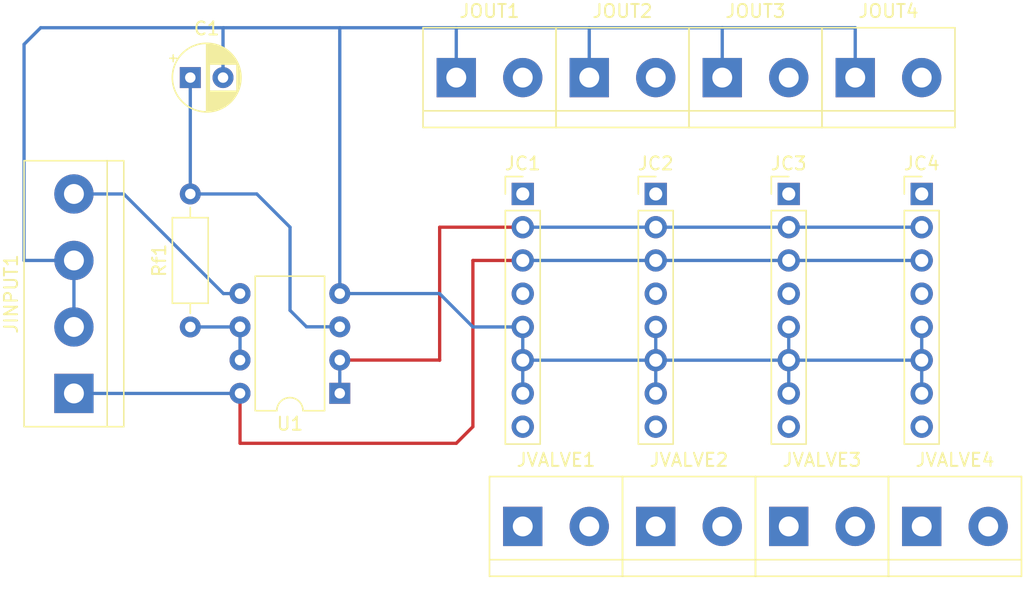
<source format=kicad_pcb>
(kicad_pcb (version 20211014) (generator pcbnew)
  (layers (0 "F.Cu" signal) (31 "B.Cu" signal) (34 "B.Paste" user) (35 "F.Paste" user) (36 "B.SilkS" user "B.Silkscreen") (37 "F.SilkS" user "F.Silkscreen") (38 "B.Mask" user) (39 "F.Mask" user) (44 "Edge.Cuts" user))
  (net 0 "")
  (net 1 "Net-(C1-Pad1)")
  (net 2 "GND")
  (net 3 "Net-(JC1-Pad1)")
  (net 4 "/Vcon")
  (net 5 "VCC")
  (net 7 "Net-(JC1-Pad8)")
  (net 8 "Net-(JC2-Pad1)")
  (net 10 "Net-(JC2-Pad8)")
  (net 11 "Net-(JC3-Pad1)")
  (net 13 "Net-(JC3-Pad8)")
  (net 14 "Net-(JC4-Pad1)")
  (net 16 "Net-(JC4-Pad8)")
  (net 17 "/PWM")
  (net 18 "Net-(Rf1-Pad1)")
  (footprint "TerminalBlock:TerminalBlock_bornier-4_P5.08mm" (layer "F.Cu") (at 68.58 124.46 90)
    (fp_text reference "JINPUT1" (at 7.6 -4.8 90) (layer "F.SilkS"))
    (fp_text value "Conn_01x04")
    (fp_line (start 17.78 3.81) (end 17.78 -3.81) (layer "F.SilkS") (width 0.12))
    (fp_line (start -2.54 -3.81) (end 17.78 -3.81) (layer "F.SilkS") (width 0.12))
    (fp_line (start -2.54 3.81) (end 17.78 3.81) (layer "F.SilkS") (width 0.12))
    (fp_line (start -2.54 -3.81) (end -2.54 3.81) (layer "F.SilkS") (width 0.12))
    (fp_line (start 17.78 2.54) (end -2.54 2.54) (layer "F.SilkS") (width 0.12))
    (pad "1" thru_hole rect (at 0 0 90) (size 3 3) (drill 1.52) (layers *.Cu *.Mask) (net 5 "VCC"))
    (pad "2" thru_hole circle (at 5.08 0 90) (size 3 3) (drill 1.52) (layers *.Cu *.Mask) (net 2 "GND"))
    (pad "3" thru_hole circle (at 10.16 0 90) (size 3 3) (drill 1.52) (layers *.Cu *.Mask) (net 2 "GND"))
    (pad "4" thru_hole circle (at 15.24 0 90) (size 3 3) (drill 1.52) (layers *.Cu *.Mask) (net 17 "/PWM"))
  )
  (footprint "TerminalBlock:TerminalBlock_bornier-2_P5.08mm" (layer "F.Cu") (at 113.03 134.62)
    (fp_text reference "JVALVE2" (at 2.54 -5.08) (layer "F.SilkS"))
    (fp_text value "Conn_01x02")
    (fp_line (start -2.54 3.81) (end 7.62 3.81) (layer "F.SilkS") (width 0.12))
    (fp_line (start 7.62 2.54) (end -2.54 2.54) (layer "F.SilkS") (width 0.12))
    (fp_line (start 7.62 3.81) (end 7.62 -3.81) (layer "F.SilkS") (width 0.12))
    (fp_line (start -2.54 -3.81) (end -2.54 3.81) (layer "F.SilkS") (width 0.12))
    (fp_line (start 7.62 -3.81) (end -2.54 -3.81) (layer "F.SilkS") (width 0.12))
    (pad "1" thru_hole rect (at 0 0) (size 3 3) (drill 1.52) (layers *.Cu *.Mask) (net 10 "Net-(JC2-Pad8)"))
    (pad "2" thru_hole circle (at 5.08 0) (size 3 3) (drill 1.52) (layers *.Cu *.Mask) (net 2 "GND"))
  )
  (footprint "Connector_PinHeader_2.54mm:PinHeader_1x08_P2.54mm_Vertical" (layer "F.Cu") (at 123.19 109.22)
    (fp_text reference "JC3" (at 0 -2.33) (layer "F.SilkS"))
    (fp_text value "Conn_01x08")
    (fp_line (start -1.33 0) (end -1.33 -1.33) (layer "F.SilkS") (width 0.12))
    (fp_line (start 1.33 1.27) (end 1.33 19.11) (layer "F.SilkS") (width 0.12))
    (fp_line (start -1.33 1.27) (end -1.33 19.11) (layer "F.SilkS") (width 0.12))
    (fp_line (start -1.33 1.27) (end 1.33 1.27) (layer "F.SilkS") (width 0.12))
    (fp_line (start -1.33 19.11) (end 1.33 19.11) (layer "F.SilkS") (width 0.12))
    (fp_line (start -1.33 -1.33) (end 0 -1.33) (layer "F.SilkS") (width 0.12))
    (pad "1" thru_hole rect (at 0 0) (size 1.7 1.7) (drill 1) (layers *.Cu *.Mask) (net 11 "Net-(JC3-Pad1)"))
    (pad "2" thru_hole oval (at 0 2.54) (size 1.7 1.7) (drill 1) (layers *.Cu *.Mask) (net 4 "/Vcon"))
    (pad "3" thru_hole oval (at 0 5.08) (size 1.7 1.7) (drill 1) (layers *.Cu *.Mask) (net 5 "VCC"))
    (pad "4" thru_hole oval (at 0 7.62) (size 1.7 1.7) (drill 1) (layers *.Cu *.Mask))
    (pad "5" thru_hole oval (at 0 10.16) (size 1.7 1.7) (drill 1) (layers *.Cu *.Mask) (net 2 "GND"))
    (pad "6" thru_hole oval (at 0 12.7) (size 1.7 1.7) (drill 1) (layers *.Cu *.Mask) (net 2 "GND"))
    (pad "7" thru_hole oval (at 0 15.24) (size 1.7 1.7) (drill 1) (layers *.Cu *.Mask) (net 2 "GND"))
    (pad "8" thru_hole oval (at 0 17.78) (size 1.7 1.7) (drill 1) (layers *.Cu *.Mask) (net 13 "Net-(JC3-Pad8)"))
  )
  (footprint "Capacitor_THT:CP_Radial_D5.0mm_P2.50mm" (layer "F.Cu") (at 77.47 100.33)
    (fp_text reference "C1" (at 1.25 -3.75) (layer "F.SilkS"))
    (fp_text value "C_Polarized")
    (fp_line (start 1.77 -2.528) (end 1.77 -1.04) (layer "F.SilkS") (width 0.12))
    (fp_line (start 1.81 -2.52) (end 1.81 -1.04) (layer "F.SilkS") (width 0.12))
    (fp_line (start -1.554775 -1.475) (end -1.054775 -1.475) (layer "F.SilkS") (width 0.12))
    (fp_line (start 2.211 1.04) (end 2.211 2.398) (layer "F.SilkS") (width 0.12))
    (fp_line (start 1.25 -2.58) (end 1.25 2.58) (layer "F.SilkS") (width 0.12))
    (fp_line (start 2.091 -2.442) (end 2.091 -1.04) (layer "F.SilkS") (width 0.12))
    (fp_line (start 2.611 -2.2) (end 2.611 -1.04) (layer "F.SilkS") (width 0.12))
    (fp_line (start 2.291 -2.365) (end 2.291 -1.04) (layer "F.SilkS") (width 0.12))
    (fp_line (start 2.571 1.04) (end 2.571 2.224) (layer "F.SilkS") (width 0.12))
    (fp_line (start 1.53 -2.565) (end 1.53 -1.04) (layer "F.SilkS") (width 0.12))
    (fp_line (start 3.411 1.04) (end 3.411 1.443) (layer "F.SilkS") (width 0.12))
    (fp_line (start 2.251 -2.382) (end 2.251 -1.04) (layer "F.SilkS") (width 0.12))
    (fp_line (start 2.731 -2.122) (end 2.731 -1.04) (layer "F.SilkS") (width 0.12))
    (fp_line (start 2.651 1.04) (end 2.651 2.175) (layer "F.SilkS") (width 0.12))
    (fp_line (start 3.531 -1.251) (end 3.531 -1.04) (layer "F.SilkS") (width 0.12))
    (fp_line (start 2.491 1.04) (end 2.491 2.268) (layer "F.SilkS") (width 0.12))
    (fp_line (start 2.491 -2.268) (end 2.491 -1.04) (layer "F.SilkS") (width 0.12))
    (fp_line (start 1.49 1.04) (end 1.49 2.569) (layer "F.SilkS") (width 0.12))
    (fp_line (start 3.371 1.04) (end 3.371 1.5) (layer "F.SilkS") (width 0.12))
    (fp_line (start 1.41 -2.576) (end 1.41 2.576) (layer "F.SilkS") (width 0.12))
    (fp_line (start 1.37 -2.578) (end 1.37 2.578) (layer "F.SilkS") (width 0.12))
    (fp_line (start 2.851 -2.035) (end 2.851 -1.04) (layer "F.SilkS") (width 0.12))
    (fp_line (start 2.011 -2.468) (end 2.011 -1.04) (layer "F.SilkS") (width 0.12))
    (fp_line (start 1.65 1.04) (end 1.65 2.55) (layer "F.SilkS") (width 0.12))
    (fp_line (start 2.771 1.04) (end 2.771 2.095) (layer "F.SilkS") (width 0.12))
    (fp_line (start -1.304775 -1.725) (end -1.304775 -1.225) (layer "F.SilkS") (width 0.12))
    (fp_line (start 3.291 1.04) (end 3.291 1.605) (layer "F.SilkS") (width 0.12))
    (fp_line (start 2.971 -1.937) (end 2.971 -1.04) (layer "F.SilkS") (width 0.12))
    (fp_line (start 2.331 -2.348) (end 2.331 -1.04) (layer "F.SilkS") (width 0.12))
    (fp_line (start 3.851 -0.284) (end 3.851 0.284) (layer "F.SilkS") (width 0.12))
    (fp_line (start 2.371 -2.329) (end 2.371 -1.04) (layer "F.SilkS") (width 0.12))
    (fp_line (start 2.131 -2.428) (end 2.131 -1.04) (layer "F.SilkS") (width 0.12))
    (fp_line (start 3.131 1.04) (end 3.131 1.785) (layer "F.SilkS") (width 0.12))
    (fp_line (start 2.771 -2.095) (end 2.771 -1.04) (layer "F.SilkS") (width 0.12))
    (fp_line (start 3.331 1.04) (end 3.331 1.554) (layer "F.SilkS") (width 0.12))
    (fp_line (start 2.891 -2.004) (end 2.891 -1.04) (layer "F.SilkS") (width 0.12))
    (fp_line (start 3.331 -1.554) (end 3.331 -1.04) (layer "F.SilkS") (width 0.12))
    (fp_line (start 3.531 1.04) (end 3.531 1.251) (layer "F.SilkS") (width 0.12))
    (fp_line (start 3.251 -1.653) (end 3.251 -1.04) (layer "F.SilkS") (width 0.12))
    (fp_line (start 3.491 -1.319) (end 3.491 -1.04) (layer "F.SilkS") (width 0.12))
    (fp_line (start 2.851 1.04) (end 2.851 2.035) (layer "F.SilkS") (width 0.12))
    (fp_line (start 1.93 -2.491) (end 1.93 -1.04) (layer "F.SilkS") (width 0.12))
    (fp_line (start 1.85 -2.511) (end 1.85 -1.04) (layer "F.SilkS") (width 0.12))
    (fp_line (start 3.491 1.04) (end 3.491 1.319) (layer "F.SilkS") (width 0.12))
    (fp_line (start 1.53 1.04) (end 1.53 2.565) (layer "F.SilkS") (width 0.12))
    (fp_line (start 1.89 1.04) (end 1.89 2.501) (layer "F.SilkS") (width 0.12))
    (fp_line (start 2.811 -2.065) (end 2.811 -1.04) (layer "F.SilkS") (width 0.12))
    (fp_line (start 3.011 -1.901) (end 3.011 -1.04) (layer "F.SilkS") (width 0.12))
    (fp_line (start 2.691 1.04) (end 2.691 2.149) (layer "F.SilkS") (width 0.12))
    (fp_line (start 2.331 1.04) (end 2.331 2.348) (layer "F.SilkS") (width 0.12))
    (fp_line (start 2.291 1.04) (end 2.291 2.365) (layer "F.SilkS") (width 0.12))
    (fp_line (start 3.251 1.04) (end 3.251 1.653) (layer "F.SilkS") (width 0.12))
    (fp_line (start 3.651 -1.011) (end 3.651 1.011) (layer "F.SilkS") (width 0.12))
    (fp_line (start 3.171 1.04) (end 3.171 1.743) (layer "F.SilkS") (width 0.12))
    (fp_line (start 1.85 1.04) (end 1.85 2.511) (layer "F.SilkS") (width 0.12))
    (fp_line (start 3.691 -0.915) (end 3.691 0.915) (layer "F.SilkS") (width 0.12))
    (fp_line (start 2.051 -2.455) (end 2.051 -1.04) (layer "F.SilkS") (width 0.12))
    (fp_line (start 1.45 -2.573) (end 1.45 2.573) (layer "F.SilkS") (width 0.12))
    (fp_line (start 3.171 -1.743) (end 3.171 -1.04) (layer "F.SilkS") (width 0.12))
    (fp_line (start 2.971 1.04) (end 2.971 1.937) (layer "F.SilkS") (width 0.12))
    (fp_line (start 2.451 -2.29) (end 2.451 -1.04) (layer "F.SilkS") (width 0.12))
    (fp_line (start 1.61 1.04) (end 1.61 2.556) (layer "F.SilkS") (width 0.12))
    (fp_line (start 3.771 -0.677) (end 3.771 0.677) (layer "F.SilkS") (width 0.12))
    (fp_line (start 3.091 1.04) (end 3.091 1.826) (layer "F.SilkS") (width 0.12))
    (fp_line (start 3.091 -1.826) (end 3.091 -1.04) (layer "F.SilkS") (width 0.12))
    (fp_line (start 1.65 -2.55) (end 1.65 -1.04) (layer "F.SilkS") (width 0.12))
    (fp_line (start 1.49 -2.569) (end 1.49 -1.04) (layer "F.SilkS") (width 0.12))
    (fp_line (start 2.531 1.04) (end 2.531 2.247) (layer "F.SilkS") (width 0.12))
    (fp_line (start 2.211 -2.398) (end 2.211 -1.04) (layer "F.SilkS") (width 0.12))
    (fp_line (start 3.611 -1.098) (end 3.611 1.098) (layer "F.SilkS") (width 0.12))
    (fp_line (start 1.971 1.04) (end 1.971 2.48) (layer "F.SilkS") (width 0.12))
    (fp_line (start 3.451 -1.383) (end 3.451 -1.04) (layer "F.SilkS") (width 0.12))
    (fp_line (start 2.091 1.04) (end 2.091 2.442) (layer "F.SilkS") (width 0.12))
    (fp_line (start 2.931 -1.971) (end 2.931 -1.04) (layer "F.SilkS") (width 0.12))
    (fp_line (start 3.051 1.04) (end 3.051 1.864) (layer "F.SilkS") (width 0.12))
    (fp_line (start 3.411 -1.443) (end 3.411 -1.04) (layer "F.SilkS") (width 0.12))
    (fp_line (start 2.691 -2.149) (end 2.691 -1.04) (layer "F.SilkS") (width 0.12))
    (fp_line (start 2.011 1.04) (end 2.011 2.468) (layer "F.SilkS") (width 0.12))
    (fp_line (start 3.811 -0.518) (end 3.811 0.518) (layer "F.SilkS") (width 0.12))
    (fp_line (start 3.211 1.04) (end 3.211 1.699) (layer "F.SilkS") (width 0.12))
    (fp_line (start 3.131 -1.785) (end 3.131 -1.04) (layer "F.SilkS") (width 0.12))
    (fp_line (start 2.131 1.04) (end 2.131 2.428) (layer "F.SilkS") (width 0.12))
    (fp_line (start 3.731 -0.805) (end 3.731 0.805) (layer "F.SilkS") (width 0.12))
    (fp_line (start 2.731 1.04) (end 2.731 2.122) (layer "F.SilkS") (width 0.12))
    (fp_line (start 3.211 -1.699) (end 3.211 -1.04) (layer "F.SilkS") (width 0.12))
    (fp_line (start 3.371 -1.5) (end 3.371 -1.04) (layer "F.SilkS") (width 0.12))
    (fp_line (start 2.811 1.04) (end 2.811 2.065) (layer "F.SilkS") (width 0.12))
    (fp_line (start 1.61 -2.556) (end 1.61 -1.04) (layer "F.SilkS") (width 0.12))
    (fp_line (start 1.971 -2.48) (end 1.971 -1.04) (layer "F.SilkS") (width 0.12))
    (fp_line (start 3.051 -1.864) (end 3.051 -1.04) (layer "F.SilkS") (width 0.12))
    (fp_line (start 1.69 -2.543) (end 1.69 -1.04) (layer "F.SilkS") (width 0.12))
    (fp_line (start 1.81 1.04) (end 1.81 2.52) (layer "F.SilkS") (width 0.12))
    (fp_line (start 2.251 1.04) (end 2.251 2.382) (layer "F.SilkS") (width 0.12))
    (fp_line (start 1.89 -2.501) (end 1.89 -1.04) (layer "F.SilkS") (width 0.12))
    (fp_line (start 1.69 1.04) (end 1.69 2.543) (layer "F.SilkS") (width 0.12))
    (fp_line (start 2.051 1.04) (end 2.051 2.455) (layer "F.SilkS") (width 0.12))
    (fp_line (start 2.411 1.04) (end 2.411 2.31) (layer "F.SilkS") (width 0.12))
    (fp_line (start 3.451 1.04) (end 3.451 1.383) (layer "F.SilkS") (width 0.12))
    (fp_line (start 1.93 1.04) (end 1.93 2.491) (layer "F.SilkS") (width 0.12))
    (fp_line (start 3.571 -1.178) (end 3.571 1.178) (layer "F.SilkS") (width 0.12))
    (fp_line (start 1.33 -2.579) (end 1.33 2.579) (layer "F.SilkS") (width 0.12))
    (fp_line (start 2.891 1.04) (end 2.891 2.004) (layer "F.SilkS") (width 0.12))
    (fp_line (start 1.77 1.04) (end 1.77 2.528) (layer "F.SilkS") (width 0.12))
    (fp_line (start 2.651 -2.175) (end 2.651 -1.04) (layer "F.SilkS") (width 0.12))
    (fp_line (start 2.171 -2.414) (end 2.171 -1.04) (layer "F.SilkS") (width 0.12))
    (fp_line (start 1.57 1.04) (end 1.57 2.561) (layer "F.SilkS") (width 0.12))
    (fp_line (start 2.571 -2.224) (end 2.571 -1.04) (layer "F.SilkS") (width 0.12))
    (fp_line (start 2.411 -2.31) (end 2.411 -1.04) (layer "F.SilkS") (width 0.12))
    (fp_line (start 1.73 1.04) (end 1.73 2.536) (layer "F.SilkS") (width 0.12))
    (fp_line (start 1.73 -2.536) (end 1.73 -1.04) (layer "F.SilkS") (width 0.12))
    (fp_line (start 1.57 -2.561) (end 1.57 -1.04) (layer "F.SilkS") (width 0.12))
    (fp_line (start 2.931 1.04) (end 2.931 1.971) (layer "F.SilkS") (width 0.12))
    (fp_line (start 2.171 1.04) (end 2.171 2.414) (layer "F.SilkS") (width 0.12))
    (fp_line (start 2.611 1.04) (end 2.611 2.2) (layer "F.SilkS") (width 0.12))
    (fp_line (start 1.29 -2.58) (end 1.29 2.58) (layer "F.SilkS") (width 0.12))
    (fp_line (start 2.451 1.04) (end 2.451 2.29) (layer "F.SilkS") (width 0.12))
    (fp_line (start 3.291 -1.605) (end 3.291 -1.04) (layer "F.SilkS") (width 0.12))
    (fp_line (start 2.531 -2.247) (end 2.531 -1.04) (layer "F.SilkS") (width 0.12))
    (fp_line (start 3.011 1.04) (end 3.011 1.901) (layer "F.SilkS") (width 0.12))
    (fp_line (start 2.371 1.04) (end 2.371 2.329) (layer "F.SilkS") (width 0.12))
    (fp_circle (center 1.25 0) (end 3.87 0) (layer "F.SilkS") (width 0.12) (fill none))
    (pad "1" thru_hole rect (at 0 0) (size 1.6 1.6) (drill 0.8) (layers *.Cu *.Mask) (net 1 "Net-(C1-Pad1)"))
    (pad "2" thru_hole circle (at 2.5 0) (size 1.6 1.6) (drill 0.8) (layers *.Cu *.Mask) (net 2 "GND"))
  )
  (footprint "TerminalBlock:TerminalBlock_bornier-2_P5.08mm" (layer "F.Cu") (at 102.87 134.62)
    (fp_text reference "JVALVE1" (at 2.54 -5.08) (layer "F.SilkS"))
    (fp_text value "Conn_01x02")
    (fp_line (start 7.62 3.81) (end 7.62 -3.81) (layer "F.SilkS") (width 0.12))
    (fp_line (start -2.54 3.81) (end 7.62 3.81) (layer "F.SilkS") (width 0.12))
    (fp_line (start -2.54 -3.81) (end -2.54 3.81) (layer "F.SilkS") (width 0.12))
    (fp_line (start 7.62 2.54) (end -2.54 2.54) (layer "F.SilkS") (width 0.12))
    (fp_line (start 7.62 -3.81) (end -2.54 -3.81) (layer "F.SilkS") (width 0.12))
    (pad "1" thru_hole rect (at 0 0) (size 3 3) (drill 1.52) (layers *.Cu *.Mask) (net 7 "Net-(JC1-Pad8)"))
    (pad "2" thru_hole circle (at 5.08 0) (size 3 3) (drill 1.52) (layers *.Cu *.Mask) (net 2 "GND"))
  )
  (footprint "Connector_PinHeader_2.54mm:PinHeader_1x08_P2.54mm_Vertical" (layer "F.Cu") (at 113.03 109.22)
    (fp_text reference "JC2" (at 0 -2.33) (layer "F.SilkS"))
    (fp_text value "Conn_01x08")
    (fp_line (start -1.33 -1.33) (end 0 -1.33) (layer "F.SilkS") (width 0.12))
    (fp_line (start -1.33 1.27) (end 1.33 1.27) (layer "F.SilkS") (width 0.12))
    (fp_line (start -1.33 0) (end -1.33 -1.33) (layer "F.SilkS") (width 0.12))
    (fp_line (start -1.33 1.27) (end -1.33 19.11) (layer "F.SilkS") (width 0.12))
    (fp_line (start -1.33 19.11) (end 1.33 19.11) (layer "F.SilkS") (width 0.12))
    (fp_line (start 1.33 1.27) (end 1.33 19.11) (layer "F.SilkS") (width 0.12))
    (pad "1" thru_hole rect (at 0 0) (size 1.7 1.7) (drill 1) (layers *.Cu *.Mask) (net 8 "Net-(JC2-Pad1)"))
    (pad "2" thru_hole oval (at 0 2.54) (size 1.7 1.7) (drill 1) (layers *.Cu *.Mask) (net 4 "/Vcon"))
    (pad "3" thru_hole oval (at 0 5.08) (size 1.7 1.7) (drill 1) (layers *.Cu *.Mask) (net 5 "VCC"))
    (pad "4" thru_hole oval (at 0 7.62) (size 1.7 1.7) (drill 1) (layers *.Cu *.Mask))
    (pad "5" thru_hole oval (at 0 10.16) (size 1.7 1.7) (drill 1) (layers *.Cu *.Mask) (net 2 "GND"))
    (pad "6" thru_hole oval (at 0 12.7) (size 1.7 1.7) (drill 1) (layers *.Cu *.Mask) (net 2 "GND"))
    (pad "7" thru_hole oval (at 0 15.24) (size 1.7 1.7) (drill 1) (layers *.Cu *.Mask) (net 2 "GND"))
    (pad "8" thru_hole oval (at 0 17.78) (size 1.7 1.7) (drill 1) (layers *.Cu *.Mask) (net 10 "Net-(JC2-Pad8)"))
  )
  (footprint "Resistor_THT:R_Axial_DIN0207_L6.3mm_D2.5mm_P10.16mm_Horizontal" (layer "F.Cu") (at 77.47 119.38 90)
    (fp_text reference "Rf1" (at 5.08 -2.37 90) (layer "F.SilkS"))
    (fp_text value "15k")
    (fp_line (start 9.12 0) (end 8.35 0) (layer "F.SilkS") (width 0.12))
    (fp_line (start 8.35 -1.37) (end 1.81 -1.37) (layer "F.SilkS") (width 0.12))
    (fp_line (start 1.04 0) (end 1.81 0) (layer "F.SilkS") (width 0.12))
    (fp_line (start 8.35 1.37) (end 8.35 -1.37) (layer "F.SilkS") (width 0.12))
    (fp_line (start 1.81 -1.37) (end 1.81 1.37) (layer "F.SilkS") (width 0.12))
    (fp_line (start 1.81 1.37) (end 8.35 1.37) (layer "F.SilkS") (width 0.12))
    (pad "1" thru_hole circle (at 0 0 90) (size 1.6 1.6) (drill 0.8) (layers *.Cu *.Mask) (net 18 "Net-(Rf1-Pad1)"))
    (pad "2" thru_hole oval (at 10.16 0 90) (size 1.6 1.6) (drill 0.8) (layers *.Cu *.Mask) (net 1 "Net-(C1-Pad1)"))
  )
  (footprint "Connector_PinHeader_2.54mm:PinHeader_1x08_P2.54mm_Vertical" (layer "F.Cu") (at 102.87 109.22)
    (fp_text reference "JC1" (at 0 -2.33) (layer "F.SilkS"))
    (fp_text value "Conn_01x08")
    (fp_line (start -1.33 19.11) (end 1.33 19.11) (layer "F.SilkS") (width 0.12))
    (fp_line (start 1.33 1.27) (end 1.33 19.11) (layer "F.SilkS") (width 0.12))
    (fp_line (start -1.33 0) (end -1.33 -1.33) (layer "F.SilkS") (width 0.12))
    (fp_line (start -1.33 1.27) (end 1.33 1.27) (layer "F.SilkS") (width 0.12))
    (fp_line (start -1.33 -1.33) (end 0 -1.33) (layer "F.SilkS") (width 0.12))
    (fp_line (start -1.33 1.27) (end -1.33 19.11) (layer "F.SilkS") (width 0.12))
    (pad "1" thru_hole rect (at 0 0) (size 1.7 1.7) (drill 1) (layers *.Cu *.Mask) (net 3 "Net-(JC1-Pad1)"))
    (pad "2" thru_hole oval (at 0 2.54) (size 1.7 1.7) (drill 1) (layers *.Cu *.Mask) (net 4 "/Vcon"))
    (pad "3" thru_hole oval (at 0 5.08) (size 1.7 1.7) (drill 1) (layers *.Cu *.Mask) (net 5 "VCC"))
    (pad "4" thru_hole oval (at 0 7.62) (size 1.7 1.7) (drill 1) (layers *.Cu *.Mask))
    (pad "5" thru_hole oval (at 0 10.16) (size 1.7 1.7) (drill 1) (layers *.Cu *.Mask) (net 2 "GND"))
    (pad "6" thru_hole oval (at 0 12.7) (size 1.7 1.7) (drill 1) (layers *.Cu *.Mask) (net 2 "GND"))
    (pad "7" thru_hole oval (at 0 15.24) (size 1.7 1.7) (drill 1) (layers *.Cu *.Mask) (net 2 "GND"))
    (pad "8" thru_hole oval (at 0 17.78) (size 1.7 1.7) (drill 1) (layers *.Cu *.Mask) (net 7 "Net-(JC1-Pad8)"))
  )
  (footprint "TerminalBlock:TerminalBlock_bornier-2_P5.08mm" (layer "F.Cu") (at 97.79 100.33)
    (fp_text reference "JOUT1" (at 2.54 -5.08) (layer "F.SilkS"))
    (fp_text value "Conn_01x02")
    (fp_line (start 7.62 3.81) (end 7.62 -3.81) (layer "F.SilkS") (width 0.12))
    (fp_line (start -2.54 3.81) (end 7.62 3.81) (layer "F.SilkS") (width 0.12))
    (fp_line (start 7.62 -3.81) (end -2.54 -3.81) (layer "F.SilkS") (width 0.12))
    (fp_line (start 7.62 2.54) (end -2.54 2.54) (layer "F.SilkS") (width 0.12))
    (fp_line (start -2.54 -3.81) (end -2.54 3.81) (layer "F.SilkS") (width 0.12))
    (pad "1" thru_hole rect (at 0 0) (size 3 3) (drill 1.52) (layers *.Cu *.Mask) (net 2 "GND"))
    (pad "2" thru_hole circle (at 5.08 0) (size 3 3) (drill 1.52) (layers *.Cu *.Mask) (net 3 "Net-(JC1-Pad1)"))
  )
  (footprint "TerminalBlock:TerminalBlock_bornier-2_P5.08mm" (layer "F.Cu") (at 107.95 100.33)
    (fp_text reference "JOUT2" (at 2.54 -5.08) (layer "F.SilkS"))
    (fp_text value "Conn_01x02")
    (fp_line (start -2.54 -3.81) (end -2.54 3.81) (layer "F.SilkS") (width 0.12))
    (fp_line (start -2.54 3.81) (end 7.62 3.81) (layer "F.SilkS") (width 0.12))
    (fp_line (start 7.62 -3.81) (end -2.54 -3.81) (layer "F.SilkS") (width 0.12))
    (fp_line (start 7.62 2.54) (end -2.54 2.54) (layer "F.SilkS") (width 0.12))
    (fp_line (start 7.62 3.81) (end 7.62 -3.81) (layer "F.SilkS") (width 0.12))
    (pad "1" thru_hole rect (at 0 0) (size 3 3) (drill 1.52) (layers *.Cu *.Mask) (net 2 "GND"))
    (pad "2" thru_hole circle (at 5.08 0) (size 3 3) (drill 1.52) (layers *.Cu *.Mask) (net 8 "Net-(JC2-Pad1)"))
  )
  (footprint "Connector_PinHeader_2.54mm:PinHeader_1x08_P2.54mm_Vertical" (layer "F.Cu") (at 133.35 109.22)
    (fp_text reference "JC4" (at 0 -2.33) (layer "F.SilkS"))
    (fp_text value "Conn_01x08")
    (fp_line (start -1.33 1.27) (end -1.33 19.11) (layer "F.SilkS") (width 0.12))
    (fp_line (start -1.33 19.11) (end 1.33 19.11) (layer "F.SilkS") (width 0.12))
    (fp_line (start 1.33 1.27) (end 1.33 19.11) (layer "F.SilkS") (width 0.12))
    (fp_line (start -1.33 1.27) (end 1.33 1.27) (layer "F.SilkS") (width 0.12))
    (fp_line (start -1.33 -1.33) (end 0 -1.33) (layer "F.SilkS") (width 0.12))
    (fp_line (start -1.33 0) (end -1.33 -1.33) (layer "F.SilkS") (width 0.12))
    (pad "1" thru_hole rect (at 0 0) (size 1.7 1.7) (drill 1) (layers *.Cu *.Mask) (net 14 "Net-(JC4-Pad1)"))
    (pad "2" thru_hole oval (at 0 2.54) (size 1.7 1.7) (drill 1) (layers *.Cu *.Mask) (net 4 "/Vcon"))
    (pad "3" thru_hole oval (at 0 5.08) (size 1.7 1.7) (drill 1) (layers *.Cu *.Mask) (net 5 "VCC"))
    (pad "4" thru_hole oval (at 0 7.62) (size 1.7 1.7) (drill 1) (layers *.Cu *.Mask))
    (pad "5" thru_hole oval (at 0 10.16) (size 1.7 1.7) (drill 1) (layers *.Cu *.Mask) (net 2 "GND"))
    (pad "6" thru_hole oval (at 0 12.7) (size 1.7 1.7) (drill 1) (layers *.Cu *.Mask) (net 2 "GND"))
    (pad "7" thru_hole oval (at 0 15.24) (size 1.7 1.7) (drill 1) (layers *.Cu *.Mask) (net 2 "GND"))
    (pad "8" thru_hole oval (at 0 17.78) (size 1.7 1.7) (drill 1) (layers *.Cu *.Mask) (net 16 "Net-(JC4-Pad8)"))
  )
  (footprint "TerminalBlock:TerminalBlock_bornier-2_P5.08mm" (layer "F.Cu") (at 123.19 134.62)
    (fp_text reference "JVALVE3" (at 2.54 -5.08) (layer "F.SilkS"))
    (fp_text value "Conn_01x02")
    (fp_line (start 7.62 2.54) (end -2.54 2.54) (layer "F.SilkS") (width 0.12))
    (fp_line (start 7.62 -3.81) (end -2.54 -3.81) (layer "F.SilkS") (width 0.12))
    (fp_line (start 7.62 3.81) (end 7.62 -3.81) (layer "F.SilkS") (width 0.12))
    (fp_line (start -2.54 -3.81) (end -2.54 3.81) (layer "F.SilkS") (width 0.12))
    (fp_line (start -2.54 3.81) (end 7.62 3.81) (layer "F.SilkS") (width 0.12))
    (pad "1" thru_hole rect (at 0 0) (size 3 3) (drill 1.52) (layers *.Cu *.Mask) (net 13 "Net-(JC3-Pad8)"))
    (pad "2" thru_hole circle (at 5.08 0) (size 3 3) (drill 1.52) (layers *.Cu *.Mask) (net 2 "GND"))
  )
  (footprint "TerminalBlock:TerminalBlock_bornier-2_P5.08mm" (layer "F.Cu") (at 133.35 134.62)
    (fp_text reference "JVALVE4" (at 2.54 -5.08) (layer "F.SilkS"))
    (fp_text value "Conn_01x02")
    (fp_line (start 7.62 2.54) (end -2.54 2.54) (layer "F.SilkS") (width 0.12))
    (fp_line (start 7.62 3.81) (end 7.62 -3.81) (layer "F.SilkS") (width 0.12))
    (fp_line (start -2.54 3.81) (end 7.62 3.81) (layer "F.SilkS") (width 0.12))
    (fp_line (start -2.54 -3.81) (end -2.54 3.81) (layer "F.SilkS") (width 0.12))
    (fp_line (start 7.62 -3.81) (end -2.54 -3.81) (layer "F.SilkS") (width 0.12))
    (pad "1" thru_hole rect (at 0 0) (size 3 3) (drill 1.52) (layers *.Cu *.Mask) (net 16 "Net-(JC4-Pad8)"))
    (pad "2" thru_hole circle (at 5.08 0) (size 3 3) (drill 1.52) (layers *.Cu *.Mask) (net 2 "GND"))
  )
  (footprint "TerminalBlock:TerminalBlock_bornier-2_P5.08mm" (layer "F.Cu") (at 118.11 100.33)
    (fp_text reference "JOUT3" (at 2.54 -5.08) (layer "F.SilkS"))
    (fp_text value "Conn_01x02")
    (fp_line (start -2.54 3.81) (end 7.62 3.81) (layer "F.SilkS") (width 0.12))
    (fp_line (start 7.62 3.81) (end 7.62 -3.81) (layer "F.SilkS") (width 0.12))
    (fp_line (start 7.62 -3.81) (end -2.54 -3.81) (layer "F.SilkS") (width 0.12))
    (fp_line (start -2.54 -3.81) (end -2.54 3.81) (layer "F.SilkS") (width 0.12))
    (fp_line (start 7.62 2.54) (end -2.54 2.54) (layer "F.SilkS") (width 0.12))
    (pad "1" thru_hole rect (at 0 0) (size 3 3) (drill 1.52) (layers *.Cu *.Mask) (net 2 "GND"))
    (pad "2" thru_hole circle (at 5.08 0) (size 3 3) (drill 1.52) (layers *.Cu *.Mask) (net 11 "Net-(JC3-Pad1)"))
  )
  (footprint "TerminalBlock:TerminalBlock_bornier-2_P5.08mm" (layer "F.Cu") (at 128.27 100.33)
    (fp_text reference "JOUT4" (at 2.54 -5.08) (layer "F.SilkS"))
    (fp_text value "Conn_01x02")
    (fp_line (start 7.62 2.54) (end -2.54 2.54) (layer "F.SilkS") (width 0.12))
    (fp_line (start -2.54 3.81) (end 7.62 3.81) (layer "F.SilkS") (width 0.12))
    (fp_line (start 7.62 -3.81) (end -2.54 -3.81) (layer "F.SilkS") (width 0.12))
    (fp_line (start 7.62 3.81) (end 7.62 -3.81) (layer "F.SilkS") (width 0.12))
    (fp_line (start -2.54 -3.81) (end -2.54 3.81) (layer "F.SilkS") (width 0.12))
    (pad "1" thru_hole rect (at 0 0) (size 3 3) (drill 1.52) (layers *.Cu *.Mask) (net 2 "GND"))
    (pad "2" thru_hole circle (at 5.08 0) (size 3 3) (drill 1.52) (layers *.Cu *.Mask) (net 14 "Net-(JC4-Pad1)"))
  )
  (footprint "Package_DIP:DIP-8_W7.62mm" (layer "F.Cu") (at 88.89 124.45 180)
    (fp_text reference "U1" (at 3.81 -2.33) (layer "F.SilkS"))
    (fp_text value "LM358")
    (fp_line (start 1.16 8.95) (end 6.46 8.95) (layer "F.SilkS") (width 0.12))
    (fp_line (start 1.16 -1.33) (end 1.16 8.95) (layer "F.SilkS") (width 0.12))
    (fp_line (start 2.81 -1.33) (end 1.16 -1.33) (layer "F.SilkS") (width 0.12))
    (fp_line (start 6.46 8.95) (end 6.46 -1.33) (layer "F.SilkS") (width 0.12))
    (fp_line (start 6.46 -1.33) (end 4.81 -1.33) (layer "F.SilkS") (width 0.12))
    (fp_arc (start 4.81 -1.33) (mid 3.81 -0.33) (end 2.81 -1.33) (layer "F.SilkS") (width 0.12))
    (pad "1" thru_hole rect (at 0 0 180) (size 1.6 1.6) (drill 0.8) (layers *.Cu *.Mask) (net 4 "/Vcon"))
    (pad "2" thru_hole oval (at 0 2.54 180) (size 1.6 1.6) (drill 0.8) (layers *.Cu *.Mask) (net 4 "/Vcon"))
    (pad "3" thru_hole oval (at 0 5.08 180) (size 1.6 1.6) (drill 0.8) (layers *.Cu *.Mask) (net 1 "Net-(C1-Pad1)"))
    (pad "4" thru_hole oval (at 0 7.62 180) (size 1.6 1.6) (drill 0.8) (layers *.Cu *.Mask) (net 2 "GND"))
    (pad "5" thru_hole oval (at 7.62 7.62 180) (size 1.6 1.6) (drill 0.8) (layers *.Cu *.Mask) (net 17 "/PWM"))
    (pad "6" thru_hole oval (at 7.62 5.08 180) (size 1.6 1.6) (drill 0.8) (layers *.Cu *.Mask) (net 18 "Net-(Rf1-Pad1)"))
    (pad "7" thru_hole oval (at 7.62 2.54 180) (size 1.6 1.6) (drill 0.8) (layers *.Cu *.Mask) (net 18 "Net-(Rf1-Pad1)"))
    (pad "8" thru_hole oval (at 7.62 0 180) (size 1.6 1.6) (drill 0.8) (layers *.Cu *.Mask) (net 5 "VCC"))
  )
  (segment (start 85.09 111.76) (end 85.09 118.11) (width 0.25) (layer "B.Cu") (net 1))
  (segment (start 77.47 109.22) (end 82.55 109.22) (width 0.25) (layer "B.Cu") (net 1))
  (segment (start 82.55 109.22) (end 85.09 111.76) (width 0.25) (layer "B.Cu") (net 1))
  (segment (start 86.35 119.37) (end 88.89 119.37) (width 0.25) (layer "B.Cu") (net 1))
  (segment (start 77.47 109.22) (end 77.47 100.33) (width 0.25) (layer "B.Cu") (net 1))
  (segment (start 85.09 118.11) (end 86.35 119.37) (width 0.25) (layer "B.Cu") (net 1))
  (segment (start 113.03 121.92) (end 123.19 121.92) (width 0.25) (layer "B.Cu") (net 2))
  (segment (start 88.89 116.83) (end 96.51 116.83) (width 0.25) (layer "B.Cu") (net 2))
  (segment (start 102.87 121.92) (end 102.87 124.46) (width 0.25) (layer "B.Cu") (net 2))
  (segment (start 64.77 97.79) (end 66.04 96.52) (width 0.25) (layer "B.Cu") (net 2))
  (segment (start 107.95 96.52) (end 107.95 100.33) (width 0.25) (layer "B.Cu") (net 2))
  (segment (start 68.58 114.3) (end 64.77 114.3) (width 0.25) (layer "B.Cu") (net 2))
  (segment (start 66.04 96.52) (end 80.01 96.52) (width 0.25) (layer "B.Cu") (net 2))
  (segment (start 128.27 96.52) (end 128.27 100.33) (width 0.25) (layer "B.Cu") (net 2))
  (segment (start 88.9 96.52) (end 88.89 96.53) (width 0.25) (layer "B.Cu") (net 2))
  (segment (start 102.87 121.92) (end 113.03 121.92) (width 0.25) (layer "B.Cu") (net 2))
  (segment (start 123.19 119.38) (end 123.19 121.92) (width 0.25) (layer "B.Cu") (net 2))
  (segment (start 64.77 114.3) (end 64.77 97.79) (width 0.25) (layer "B.Cu") (net 2))
  (segment (start 97.79 100.33) (end 97.79 96.52) (width 0.25) (layer "B.Cu") (net 2))
  (segment (start 97.79 96.52) (end 107.95 96.52) (width 0.25) (layer "B.Cu") (net 2))
  (segment (start 107.95 96.52) (end 118.11 96.52) (width 0.25) (layer "B.Cu") (net 2))
  (segment (start 99.06 119.38) (end 102.87 119.38) (width 0.25) (layer "B.Cu") (net 2))
  (segment (start 133.35 121.92) (end 133.35 119.38) (width 0.25) (layer "B.Cu") (net 2))
  (segment (start 113.03 119.38) (end 113.03 121.92) (width 0.25) (layer "B.Cu") (net 2))
  (segment (start 79.97 96.56) (end 80.01 96.52) (width 0.25) (layer "B.Cu") (net 2))
  (segment (start 133.35 121.92) (end 133.35 124.46) (width 0.25) (layer "B.Cu") (net 2))
  (segment (start 118.11 96.52) (end 128.27 96.52) (width 0.25) (layer "B.Cu") (net 2))
  (segment (start 118.11 96.52) (end 118.11 100.33) (width 0.25) (layer "B.Cu") (net 2))
  (segment (start 79.97 100.33) (end 79.97 96.56) (width 0.25) (layer "B.Cu") (net 2))
  (segment (start 123.19 121.92) (end 123.19 124.46) (width 0.25) (layer "B.Cu") (net 2))
  (segment (start 102.87 119.38) (end 102.87 121.92) (width 0.25) (layer "B.Cu") (net 2))
  (segment (start 80.01 96.52) (end 97.79 96.52) (width 0.25) (layer "B.Cu") (net 2))
  (segment (start 68.58 119.38) (end 68.58 114.3) (width 0.25) (layer "B.Cu") (net 2))
  (segment (start 123.19 121.92) (end 133.35 121.92) (width 0.25) (layer "B.Cu") (net 2))
  (segment (start 88.89 116.83) (end 88.89 96.53) (width 0.25) (layer "B.Cu") (net 2))
  (segment (start 113.03 121.92) (end 113.03 124.46) (width 0.25) (layer "B.Cu") (net 2))
  (segment (start 96.51 116.83) (end 99.06 119.38) (width 0.25) (layer "B.Cu") (net 2))
  (segment (start 88.89 121.91) (end 96.51 121.91) (width 0.25) (layer "F.Cu") (net 4))
  (segment (start 96.52 121.92) (end 96.52 111.76) (width 0.25) (layer "F.Cu") (net 4))
  (segment (start 96.51 121.91) (end 96.52 121.92) (width 0.25) (layer "F.Cu") (net 4))
  (segment (start 96.52 111.76) (end 102.87 111.76) (width 0.25) (layer "F.Cu") (net 4))
  (segment (start 123.19 111.76) (end 133.35 111.76) (width 0.25) (layer "B.Cu") (net 4))
  (segment (start 88.89 124.45) (end 88.89 121.91) (width 0.25) (layer "B.Cu") (net 4))
  (segment (start 113.03 111.76) (end 123.19 111.76) (width 0.25) (layer "B.Cu") (net 4))
  (segment (start 102.87 111.76) (end 113.03 111.76) (width 0.25) (layer "B.Cu") (net 4))
  (segment (start 81.27 124.45) (end 81.27 128.26) (width 0.25) (layer "F.Cu") (net 5))
  (segment (start 81.27 128.26) (end 81.28 128.27) (width 0.25) (layer "F.Cu") (net 5))
  (segment (start 97.79 128.27) (end 99.06 127) (width 0.25) (layer "F.Cu") (net 5))
  (segment (start 99.06 127) (end 99.06 114.3) (width 0.25) (layer "F.Cu") (net 5))
  (segment (start 99.06 114.3) (end 102.87 114.3) (width 0.25) (layer "F.Cu") (net 5))
  (segment (start 81.28 128.27) (end 97.79 128.27) (width 0.25) (layer "F.Cu") (net 5))
  (segment (start 81.26 124.46) (end 81.27 124.45) (width 0.25) (layer "B.Cu") (net 5))
  (segment (start 113.03 114.3) (end 123.19 114.3) (width 0.25) (layer "B.Cu") (net 5))
  (segment (start 68.58 124.46) (end 81.26 124.46) (width 0.25) (layer "B.Cu") (net 5))
  (segment (start 123.19 114.3) (end 133.35 114.3) (width 0.25) (layer "B.Cu") (net 5))
  (segment (start 102.87 114.3) (end 113.03 114.3) (width 0.25) (layer "B.Cu") (net 5))
  (segment (start 68.58 109.22) (end 72.39 109.22) (width 0.25) (layer "B.Cu") (net 17))
  (segment (start 80 116.83) (end 81.27 116.83) (width 0.25) (layer "B.Cu") (net 17))
  (segment (start 72.39 109.22) (end 80 116.83) (width 0.25) (layer "B.Cu") (net 17))
  (segment (start 81.26 119.38) (end 81.27 119.37) (width 0.25) (layer "B.Cu") (net 18))
  (segment (start 77.47 119.38) (end 81.26 119.38) (width 0.25) (layer "B.Cu") (net 18))
  (segment (start 81.27 119.37) (end 81.27 121.91) (width 0.25) (layer "B.Cu") (net 18))
)
</source>
